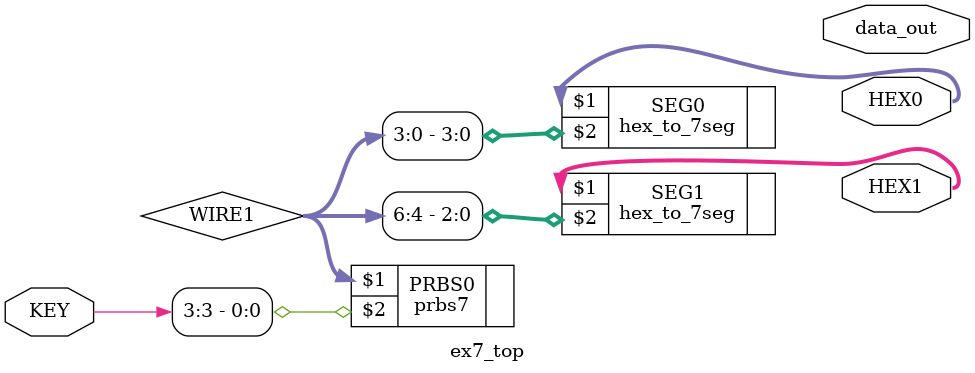
<source format=v>
module ex7_top(
	data_out,
	KEY,
	HEX0, HEX1
);

	output [6:0] data_out;
	input [3:0] KEY;
	output[6:0] HEX0;
	output[6:0] HEX1;
	wire [6:0] WIRE1;
	
	prbs7 PRBS0 (WIRE1, KEY[3]);
	
	hex_to_7seg SEG0 (HEX0, WIRE1[3:0]);
	hex_to_7seg SEG1 (HEX1, WIRE1[6:4]);
	
	
endmodule
</source>
